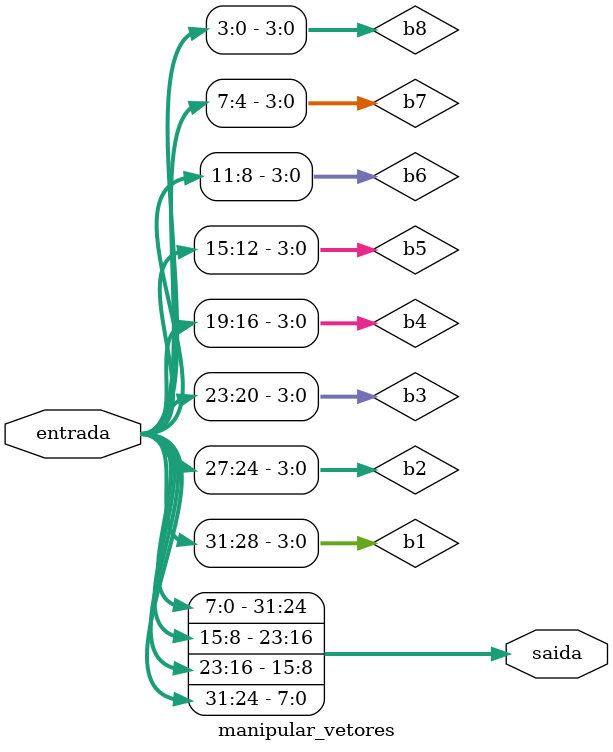
<source format=v>
module manipular_vetores( 
    input [31:0] entrada,
    output [31:0] saida );

    wire [3:0] b1, b2, b3, b4, b5, b6, b7, b8;

    assign b1 = entrada[31:28];
    assign b2 = entrada[27:24];
    assign b3 = entrada[23:20];
    assign b4 = entrada[19:16];
    assign b5 = entrada[15:12];
    assign b6 = entrada[11:8];
    assign b7 = entrada[7:4];
    assign b8 = entrada[3:0];

    assign saida ={ b7, b8, b5, b6, b3, b4, b1, b2 };
endmodule
</source>
